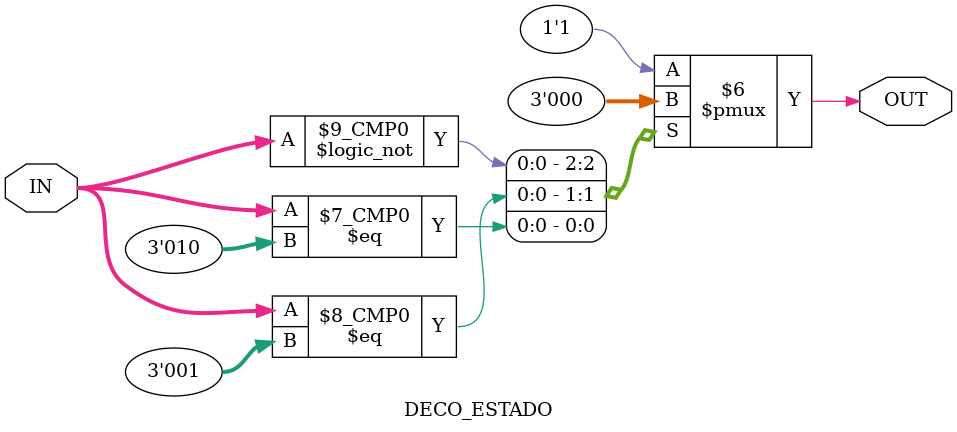
<source format=v>
`timescale 1ns / 1ps
module DECO_ESTADO(IN,OUT);
	input[2:0] IN;
	output reg OUT;
	
	always@(IN)
		case(IN)
				3'd0: OUT=1'b0;
				3'd1: OUT=1'b0;
				3'd2: OUT=1'b0;
				3'd3: OUT=1'b1;
				3'd4: OUT=1'b1;
				3'd5: OUT=1'b1;
				default OUT=1'b1;
		endcase


endmodule

</source>
